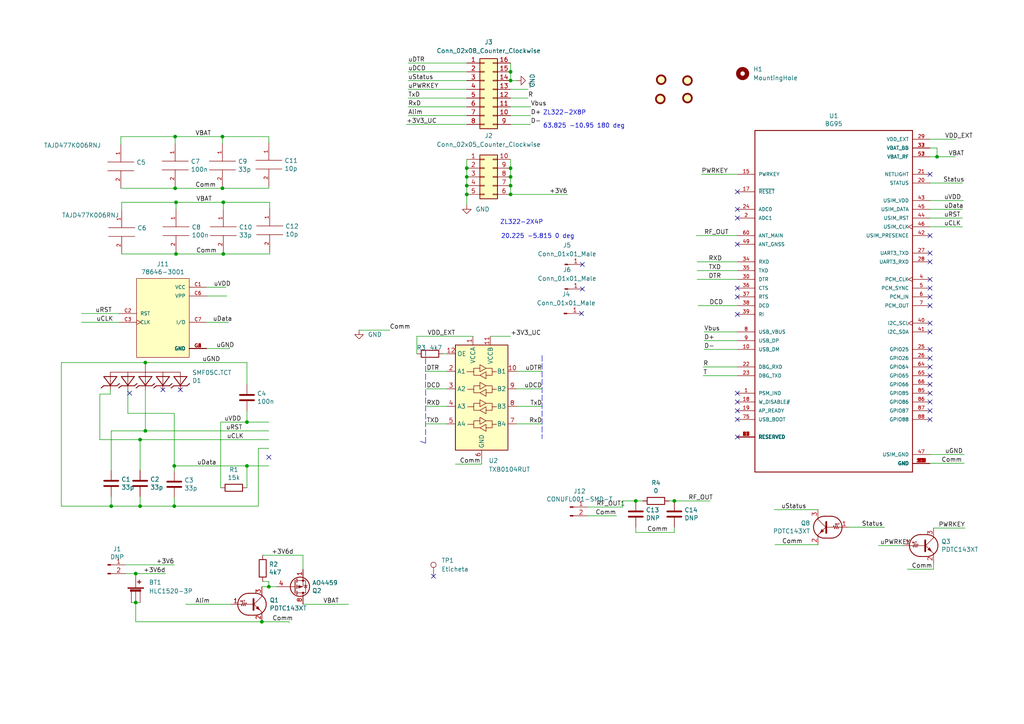
<source format=kicad_sch>
(kicad_sch (version 20211123) (generator eeschema)
  (paper "A4")
  (title_block (title "Modem BG95") (rev "4.0") (company "Delta Electronics SRL"))
  (lib_symbols
    (symbol "BG95:BG95" (pin_names (offset 1.016))
      (property "Reference" "U" (at -22.86 49.276 0))
      (property "Value" "BG95_BG95" (at -22.86 -53.34 0))
      (symbol "BG95_0_0"
        (pin output line (at -27.94 -27.94 0) (length 5.08) (name "PSM_IND") (number "1"))
        (pin bidirectional line (at -27.94 -15.24 0) (length 5.08) (name "USB_DM") (number "10"))
        (pin power_in line (at 27.94 -48.26 180) (length 5.08) (name "GND") (number "100"))
        (pin power_in line (at 27.94 -48.26 180) (length 5.08) (name "GND") (number "101"))
        (pin power_in line (at 27.94 -48.26 180) (length 5.08) (name "GND") (number "102"))
        (pin bidirectional line (at -27.94 -40.64 0) (length 5.08) (name "RESERVED") (number "11"))
        (pin bidirectional line (at -27.94 -40.64 0) (length 5.08) (name "RESERVED") (number "12"))
        (pin bidirectional line (at -27.94 -40.64 0) (length 5.08) (name "RESERVED") (number "13"))
        (pin bidirectional line (at -27.94 -40.64 0) (length 5.08) (name "RESERVED") (number "14"))
        (pin input line (at -27.94 35.56 0) (length 5.08) (name "PWRKEY") (number "15"))
        (pin bidirectional line (at -27.94 -40.64 0) (length 5.08) (name "RESERVED") (number "16"))
        (pin input line (at -27.94 30.48 0) (length 5.08) (name "~{RESET}") (number "17"))
        (pin input line (at -27.94 -30.48 0) (length 5.08) (name "W_DISABLE#") (number "18"))
        (pin input line (at -27.94 -33.02 0) (length 5.08) (name "AP_READY") (number "19"))
        (pin input line (at -27.94 22.86 0) (length 5.08) (name "ADC1") (number "2"))
        (pin output line (at 27.94 33.02 180) (length 5.08) (name "STATUS") (number "20"))
        (pin output line (at 27.94 35.56 180) (length 5.08) (name "NETLIGHT") (number "21"))
        (pin input line (at -27.94 -20.32 0) (length 5.08) (name "DBG_RXD") (number "22"))
        (pin output line (at -27.94 -22.86 0) (length 5.08) (name "DBG_TXD") (number "23"))
        (pin input line (at -27.94 25.4 0) (length 5.08) (name "ADC0") (number "24"))
        (pin bidirectional line (at 27.94 -15.24 180) (length 5.08) (name "GPIO25") (number "25"))
        (pin bidirectional line (at 27.94 -17.78 180) (length 5.08) (name "GPIO26") (number "26"))
        (pin output line (at 27.94 12.7 180) (length 5.08) (name "UART3_TXD") (number "27"))
        (pin input line (at 27.94 10.16 180) (length 5.08) (name "UART3_RXD") (number "28"))
        (pin power_in line (at 27.94 45.72 180) (length 5.08) (name "VDD_EXT") (number "29"))
        (pin power_in line (at 27.94 -48.26 180) (length 5.08) (name "GND") (number "3"))
        (pin input line (at -27.94 5.08 0) (length 5.08) (name "DTR") (number "30"))
        (pin power_in line (at 27.94 -48.26 180) (length 5.08) (name "GND") (number "31"))
        (pin power_in line (at 27.94 43.18 180) (length 5.08) (name "VBAT_BB") (number "32"))
        (pin power_in line (at 27.94 43.18 180) (length 5.08) (name "VBAT_BB") (number "33"))
        (pin input line (at -27.94 10.16 0) (length 5.08) (name "RXD") (number "34"))
        (pin output line (at -27.94 7.62 0) (length 5.08) (name "TXD") (number "35"))
        (pin output line (at -27.94 2.54 0) (length 5.08) (name "CTS") (number "36"))
        (pin input line (at -27.94 0 0) (length 5.08) (name "RTS") (number "37"))
        (pin output line (at -27.94 -2.54 0) (length 5.08) (name "DCD") (number "38"))
        (pin output line (at -27.94 -5.08 0) (length 5.08) (name "RI") (number "39"))
        (pin output clock (at 27.94 5.08 180) (length 5.08) (name "PCM_CLK") (number "4"))
        (pin output clock (at 27.94 -7.62 180) (length 5.08) (name "I2C_SCL") (number "40"))
        (pin bidirectional line (at 27.94 -10.16 180) (length 5.08) (name "I2C_SDA") (number "41"))
        (pin input line (at 27.94 17.78 180) (length 5.08) (name "USIM_PRESENCE") (number "42"))
        (pin power_in line (at 27.94 27.94 180) (length 5.08) (name "USIM_VDD") (number "43"))
        (pin output line (at 27.94 22.86 180) (length 5.08) (name "USIM_RST") (number "44"))
        (pin bidirectional line (at 27.94 25.4 180) (length 5.08) (name "USIM_DATA") (number "45"))
        (pin output clock (at 27.94 20.32 180) (length 5.08) (name "USIM_CLK") (number "46"))
        (pin power_in line (at 27.94 -45.72 180) (length 5.08) (name "USIM_GND") (number "47"))
        (pin power_in line (at 27.94 -48.26 180) (length 5.08) (name "GND") (number "48"))
        (pin input line (at -27.94 15.24 0) (length 5.08) (name "ANT_GNSS") (number "49"))
        (pin output line (at 27.94 2.54 180) (length 5.08) (name "PCM_SYNC") (number "5"))
        (pin power_in line (at 27.94 -48.26 180) (length 5.08) (name "GND") (number "50"))
        (pin bidirectional line (at -27.94 -40.64 0) (length 5.08) (name "RESERVED") (number "51"))
        (pin power_in line (at 27.94 40.64 180) (length 5.08) (name "VBAT_RF") (number "52"))
        (pin power_in line (at 27.94 40.64 180) (length 5.08) (name "VBAT_RF") (number "53"))
        (pin power_in line (at 27.94 -48.26 180) (length 5.08) (name "GND") (number "54"))
        (pin power_in line (at 27.94 -48.26 180) (length 5.08) (name "GND") (number "55"))
        (pin bidirectional line (at -27.94 -40.64 0) (length 5.08) (name "RESERVED") (number "56"))
        (pin bidirectional line (at -27.94 -40.64 0) (length 5.08) (name "RESERVED") (number "57"))
        (pin power_in line (at 27.94 -48.26 180) (length 5.08) (name "GND") (number "58"))
        (pin power_in line (at 27.94 -48.26 180) (length 5.08) (name "GND") (number "59"))
        (pin input line (at 27.94 0 180) (length 5.08) (name "PCM_IN") (number "6"))
        (pin bidirectional line (at -27.94 17.78 0) (length 5.08) (name "ANT_MAIN") (number "60"))
        (pin power_in line (at 27.94 -48.26 180) (length 5.08) (name "GND") (number "61"))
        (pin power_in line (at 27.94 -48.26 180) (length 5.08) (name "GND") (number "62"))
        (pin bidirectional line (at -27.94 -40.64 0) (length 5.08) (name "RESERVED") (number "63"))
        (pin bidirectional line (at 27.94 -20.32 180) (length 5.08) (name "GPIO64") (number "64"))
        (pin bidirectional line (at 27.94 -22.86 180) (length 5.08) (name "GPIO65") (number "65"))
        (pin bidirectional line (at 27.94 -25.4 180) (length 5.08) (name "GPIO66") (number "66"))
        (pin power_in line (at 27.94 -48.26 180) (length 5.08) (name "GND") (number "67"))
        (pin power_in line (at 27.94 -48.26 180) (length 5.08) (name "GND") (number "68"))
        (pin power_in line (at 27.94 -48.26 180) (length 5.08) (name "GND") (number "69"))
        (pin output line (at 27.94 -2.54 180) (length 5.08) (name "PCM_OUT") (number "7"))
        (pin power_in line (at 27.94 -48.26 180) (length 5.08) (name "GND") (number "70"))
        (pin power_in line (at 27.94 -48.26 180) (length 5.08) (name "GND") (number "71"))
        (pin power_in line (at 27.94 -48.26 180) (length 5.08) (name "GND") (number "72"))
        (pin power_in line (at 27.94 -48.26 180) (length 5.08) (name "GND") (number "73"))
        (pin power_in line (at 27.94 -48.26 180) (length 5.08) (name "GND") (number "74"))
        (pin input line (at -27.94 -35.56 0) (length 5.08) (name "USB_BOOT") (number "75"))
        (pin bidirectional line (at -27.94 -40.64 0) (length 5.08) (name "RESERVED") (number "76"))
        (pin bidirectional line (at -27.94 -40.64 0) (length 5.08) (name "RESERVED") (number "77"))
        (pin bidirectional line (at -27.94 -40.64 0) (length 5.08) (name "RESERVED") (number "78"))
        (pin power_in line (at 27.94 -48.26 180) (length 5.08) (name "GND") (number "79"))
        (pin input line (at -27.94 -10.16 0) (length 5.08) (name "USB_VBUS") (number "8"))
        (pin power_in line (at 27.94 -48.26 180) (length 5.08) (name "GND") (number "80"))
        (pin power_in line (at 27.94 -48.26 180) (length 5.08) (name "GND") (number "81"))
        (pin power_in line (at 27.94 -48.26 180) (length 5.08) (name "GND") (number "82"))
        (pin bidirectional line (at -27.94 -40.64 0) (length 5.08) (name "RESERVED") (number "83"))
        (pin bidirectional line (at -27.94 -40.64 0) (length 5.08) (name "RESERVED") (number "84"))
        (pin bidirectional line (at 27.94 -27.94 180) (length 5.08) (name "GPIO85") (number "85"))
        (pin bidirectional line (at 27.94 -30.48 180) (length 5.08) (name "GPIO86") (number "86"))
        (pin bidirectional line (at 27.94 -33.02 180) (length 5.08) (name "GPIO87") (number "87"))
        (pin bidirectional line (at 27.94 -35.56 180) (length 5.08) (name "GPIO88") (number "88"))
        (pin power_in line (at 27.94 -48.26 180) (length 5.08) (name "GND") (number "89"))
        (pin bidirectional line (at -27.94 -12.7 0) (length 5.08) (name "USB_DP") (number "9"))
        (pin power_in line (at 27.94 -48.26 180) (length 5.08) (name "GND") (number "90"))
        (pin power_in line (at 27.94 -48.26 180) (length 5.08) (name "GND") (number "91"))
        (pin bidirectional line (at -27.94 -40.64 0) (length 5.08) (name "RESERVED") (number "92"))
        (pin bidirectional line (at -27.94 -40.64 0) (length 5.08) (name "RESERVED") (number "93"))
        (pin bidirectional line (at -27.94 -40.64 0) (length 5.08) (name "RESERVED") (number "94"))
        (pin bidirectional line (at -27.94 -40.64 0) (length 5.08) (name "RESERVED") (number "95"))
        (pin bidirectional line (at -27.94 -40.64 0) (length 5.08) (name "RESERVED") (number "96"))
        (pin bidirectional line (at -27.94 -40.64 0) (length 5.08) (name "RESERVED") (number "97"))
        (pin bidirectional line (at -27.94 -40.64 0) (length 5.08) (name "RESERVED") (number "98"))
        (pin bidirectional line (at -27.94 -40.64 0) (length 5.08) (name "RESERVED") (number "99"))
      )
    )
    (symbol "Connector:Conn_01x01_Male" (pin_names (offset 1.016) hide)
      (property "Reference" "J" (at 0 2.54 0))
      (property "Value" "Conn_01x01_Male" (at 0 -2.54 0))
      (symbol "Conn_01x01_Male_1_1"
        (pin passive line (at 5.08 0 180) (length 3.81) (name "Pin_1") (number "1"))
      )
    )
    (symbol "Connector:Conn_01x02_Male" (pin_names (offset 1.016) hide)
      (property "Reference" "J" (at 0 2.54 0))
      (property "Value" "Conn_01x02_Male" (at 0 -5.08 0))
      (symbol "Conn_01x02_Male_1_1"
        (pin passive line (at 5.08 0 180) (length 3.81) (name "Pin_1") (number "1"))
        (pin passive line (at 5.08 -2.54 180) (length 3.81) (name "Pin_2") (number "2"))
      )
    )
    (symbol "Connector:TestPoint" (pin_numbers hide) (pin_names (offset 0.762) hide)
      (property "Reference" "TP" (at 0 6.858 0))
      (property "Value" "TestPoint" (at 0 5.08 0))
      (symbol "TestPoint_1_1"
        (pin passive line (at 0 0 90) (length 2.54) (name "1") (number "1"))
      )
    )
    (symbol "Connector_Generic:Conn_02x05_Counter_Clockwise" (pin_names (offset 1.016) hide)
      (property "Reference" "J" (at 1.27 7.62 0))
      (property "Value" "Conn_02x05_Counter_Clockwise" (at 1.27 -7.62 0))
      (symbol "Conn_02x05_Counter_Clockwise_1_1"
        (pin passive line (at -5.08 5.08 0) (length 3.81) (name "Pin_1") (number "1"))
        (pin passive line (at 7.62 5.08 180) (length 3.81) (name "Pin_10") (number "10"))
        (pin passive line (at -5.08 2.54 0) (length 3.81) (name "Pin_2") (number "2"))
        (pin passive line (at -5.08 0 0) (length 3.81) (name "Pin_3") (number "3"))
        (pin passive line (at -5.08 -2.54 0) (length 3.81) (name "Pin_4") (number "4"))
        (pin passive line (at -5.08 -5.08 0) (length 3.81) (name "Pin_5") (number "5"))
        (pin passive line (at 7.62 -5.08 180) (length 3.81) (name "Pin_6") (number "6"))
        (pin passive line (at 7.62 -2.54 180) (length 3.81) (name "Pin_7") (number "7"))
        (pin passive line (at 7.62 0 180) (length 3.81) (name "Pin_8") (number "8"))
        (pin passive line (at 7.62 2.54 180) (length 3.81) (name "Pin_9") (number "9"))
      )
    )
    (symbol "Connector_Generic:Conn_02x08_Counter_Clockwise" (pin_names (offset 1.016) hide)
      (property "Reference" "J" (at 1.27 10.16 0))
      (property "Value" "Conn_02x08_Counter_Clockwise" (at 1.27 -12.7 0))
      (symbol "Conn_02x08_Counter_Clockwise_1_1"
        (pin passive line (at -5.08 7.62 0) (length 3.81) (name "Pin_1") (number "1"))
        (pin passive line (at 7.62 -7.62 180) (length 3.81) (name "Pin_10") (number "10"))
        (pin passive line (at 7.62 -5.08 180) (length 3.81) (name "Pin_11") (number "11"))
        (pin passive line (at 7.62 -2.54 180) (length 3.81) (name "Pin_12") (number "12"))
        (pin passive line (at 7.62 0 180) (length 3.81) (name "Pin_13") (number "13"))
        (pin passive line (at 7.62 2.54 180) (length 3.81) (name "Pin_14") (number "14"))
        (pin passive line (at 7.62 5.08 180) (length 3.81) (name "Pin_15") (number "15"))
        (pin passive line (at 7.62 7.62 180) (length 3.81) (name "Pin_16") (number "16"))
        (pin passive line (at -5.08 5.08 0) (length 3.81) (name "Pin_2") (number "2"))
        (pin passive line (at -5.08 2.54 0) (length 3.81) (name "Pin_3") (number "3"))
        (pin passive line (at -5.08 0 0) (length 3.81) (name "Pin_4") (number "4"))
        (pin passive line (at -5.08 -2.54 0) (length 3.81) (name "Pin_5") (number "5"))
        (pin passive line (at -5.08 -5.08 0) (length 3.81) (name "Pin_6") (number "6"))
        (pin passive line (at -5.08 -7.62 0) (length 3.81) (name "Pin_7") (number "7"))
        (pin passive line (at -5.08 -10.16 0) (length 3.81) (name "Pin_8") (number "8"))
        (pin passive line (at 7.62 -10.16 180) (length 3.81) (name "Pin_9") (number "9"))
      )
    )
    (symbol "Device:C" (pin_numbers hide) (pin_names (offset 0.254))
      (property "Reference" "C" (at 0.635 2.54 0))
      (property "Value" "C" (at 0.635 -2.54 0))
      (symbol "C_1_1"
        (pin passive line (at 0 3.81 270) (length 2.794) (name "~") (number "1"))
        (pin passive line (at 0 -3.81 90) (length 2.794) (name "~") (number "2"))
      )
    )
    (symbol "Device:HLC1520-3P" (pin_numbers hide) (pin_names (offset 0) hide)
      (property "Reference" "BT" (at 2.54 2.54 0))
      (property "Value" "HLC1520-3P" (at 2.54 0 0))
      (symbol "HLC1520-3P_1_1"
        (pin passive line (at 0 5.08 270) (length 2.54) (name "+") (number "1"))
        (pin passive line (at 0 -2.54 90) (length 2.54) (name "-") (number "2"))
        (pin passive line (at -1.27 -2.54 90) (length 2.54) (name "-") (number "3"))
        (pin passive line (at 1.27 -2.54 90) (length 2.54) (name "-") (number "4"))
      )
    )
    (symbol "Device:R" (pin_numbers hide) (pin_names (offset 0))
      (property "Reference" "R" (at 2.032 0 90))
      (property "Value" "R" (at 0 0 90))
      (symbol "R_1_1"
        (pin passive line (at 0 3.81 270) (length 1.27) (name "~") (number "1"))
        (pin passive line (at 0 -3.81 90) (length 1.27) (name "~") (number "2"))
      )
    )
    (symbol "Logic_LevelTranslator:TXB0104RUT"
      (property "Reference" "U" (at -6.35 16.51 0))
      (property "Value" "TXB0104RUT" (at 3.81 16.51 0))
      (symbol "TXB0104RUT_1_1"
        (pin power_in line (at -2.54 17.78 270) (length 2.54) (name "VCCA") (number "1"))
        (pin tri_state line (at 10.16 7.62 180) (length 2.54) (name "B1") (number "10"))
        (pin power_in line (at 2.54 17.78 270) (length 2.54) (name "VCCB") (number "11"))
        (pin input line (at -10.16 12.7 0) (length 2.54) (name "OE") (number "12"))
        (pin tri_state line (at -10.16 7.62 0) (length 2.54) (name "A1") (number "2"))
        (pin tri_state line (at -10.16 2.54 0) (length 2.54) (name "A2") (number "3"))
        (pin tri_state line (at -10.16 -2.54 0) (length 2.54) (name "A3") (number "4"))
        (pin tri_state line (at -10.16 -7.62 0) (length 2.54) (name "A4") (number "5"))
        (pin power_in line (at 0 -17.78 90) (length 2.54) (name "GND") (number "6"))
        (pin tri_state line (at 10.16 -7.62 180) (length 2.54) (name "B4") (number "7"))
        (pin tri_state line (at 10.16 -2.54 180) (length 2.54) (name "B3") (number "8"))
        (pin tri_state line (at 10.16 2.54 180) (length 2.54) (name "B2") (number "9"))
      )
    )
    (symbol "Mechanical:Fiducial"
      (property "Reference" "FID" (at 0 5.08 0))
      (property "Value" "Fiducial" (at 0 3.175 0))
    )
    (symbol "Mechanical:MountingHole" (pin_names (offset 1.016))
      (property "Reference" "H" (at 0 5.08 0))
      (property "Value" "MountingHole" (at 0 3.175 0))
    )
    (symbol "SMF05C:SMF05C" (pin_numbers hide) (pin_names (offset 1.016) hide)
      (property "Reference" "D" (at -23.0124 0.1016 0))
      (property "Value" "SMF05C_SMF05C" (at -23.0378 -1.9558 0))
      (symbol "SMF05C_0_0"
        (pin passive line (at -7.62 2.54 270) (length 2.54) (name "~") (number "1"))
        (pin passive line (at 2.54 -5.08 90) (length 2.54) (name "~") (number "2"))
        (pin passive line (at -2.54 2.54 270) (length 2.54) (name "~") (number "3"))
        (pin passive line (at 2.54 2.54 270) (length 2.54) (name "~") (number "4"))
        (pin passive line (at 7.62 2.54 270) (length 2.54) (name "~") (number "5"))
        (pin passive line (at 12.7 2.54 270) (length 2.54) (name "~") (number "6"))
      )
    )
    (symbol "SimSocketMolex:78646-3001" (pin_names (offset 1.016))
      (property "Reference" "J" (at -7.112 10.668 0))
      (property "Value" "SimSocketMolex_78646-3001" (at -7.3914 -14.7828 0))
      (symbol "78646-3001_0_0"
        (pin power_in line (at 12.7 7.62 180) (length 5.08) (name "VCC") (number "C1"))
        (pin input line (at -12.7 0 0) (length 5.08) (name "RST") (number "C2"))
        (pin input clock (at -12.7 -2.54 0) (length 5.08) (name "CLK") (number "C3"))
        (pin power_in line (at 12.7 -10.16 180) (length 5.08) (name "GND") (number "C5"))
        (pin power_in line (at 12.7 5.08 180) (length 5.08) (name "VPP") (number "C6"))
        (pin bidirectional line (at 12.7 -2.54 180) (length 5.08) (name "I/O") (number "C7"))
        (pin power_in line (at 12.7 -10.16 180) (length 5.08) (name "GND") (number "G1"))
        (pin power_in line (at 12.7 -10.16 180) (length 5.08) (name "GND") (number "G2"))
        (pin power_in line (at 12.7 -10.16 180) (length 5.08) (name "GND") (number "G3"))
        (pin power_in line (at 12.7 -10.16 180) (length 5.08) (name "GND") (number "G4"))
        (pin power_in line (at 12.7 -10.16 180) (length 5.08) (name "GND") (number "G5"))
        (pin power_in line (at 12.7 -10.16 180) (length 5.08) (name "GND") (number "G6"))
      )
    )
    (symbol "Transistor_BJT:DTC143T" (pin_names (offset 0) hide)
      (property "Reference" "Q" (at 5.08 1.905 0))
      (property "Value" "DTC143T" (at 5.08 0 0))
      (symbol "DTC143T_0_0"
        (text "4k7" (at -3.048 0.889 0) (effects (font (size 0.508 0.508))))
      )
      (symbol "DTC143T_1_1"
        (pin input line (at -6.35 0 0) (length 2.54) (name "B") (number "1"))
        (pin passive line (at 2.54 -5.08 90) (length 2.54) (name "E") (number "2"))
        (pin passive line (at 2.54 5.08 270) (length 2.54) (name "C") (number "3"))
      )
    )
    (symbol "Transistor_FET:FDS9435A" (pin_names hide)
      (property "Reference" "Q" (at 5.08 1.905 0))
      (property "Value" "FDS9435A" (at 5.08 0 0))
      (symbol "FDS9435A_1_1"
        (pin passive line (at 2.54 -5.08 90) (length 2.54) (name "S") (number "1"))
        (pin passive line (at 2.54 -5.08 90) (length 2.54) hide (name "S") (number "2"))
        (pin passive line (at 2.54 -5.08 90) (length 2.54) hide (name "S") (number "3"))
        (pin passive line (at -5.08 0 0) (length 2.54) (name "G") (number "4"))
        (pin passive line (at 2.54 5.08 270) (length 2.54) hide (name "D") (number "5"))
        (pin passive line (at 2.54 5.08 270) (length 2.54) hide (name "D") (number "6"))
        (pin passive line (at 2.54 5.08 270) (length 2.54) hide (name "D") (number "7"))
        (pin passive line (at 2.54 5.08 270) (length 2.54) (name "D") (number "8"))
      )
    )
    (symbol "power:GND" (power) (pin_names (offset 0))
      (property "Value" "GND" (at 0 -3.81 0))
      (symbol "GND_1_1"
        (pin power_in line (at 0 0 270) (length 0) hide (name "GND") (number "1"))
      )
    )
    (symbol "pspice:CAP" (pin_names (offset 0.254))
      (property "Reference" "C" (at 2.54 3.81 90))
      (property "Value" "CAP" (at 2.54 -3.81 90))
      (symbol "CAP_1_1"
        (pin passive line (at 0 6.35 270) (length 5.08) (name "~") (number "1"))
        (pin passive line (at 0 -6.35 90) (length 5.08) (name "~") (number "2"))
      )
    )
  )
  (junction (at 148.082 51.308))
  (junction (at 135.382 48.768))
  (junction (at 184.404 145.288))
  (junction (at 64.77 58.674))
  (junction (at 42.164 124.968))
  (junction (at 135.382 53.848))
  (junction (at 50.546 146.812))
  (junction (at 64.77 73.66))
  (junction (at 77.978 170.18))
  (junction (at 50.8 54.61))
  (junction (at 71.628 122.428))
  (junction (at 42.164 105.156))
  (junction (at 51.054 58.674))
  (junction (at 195.58 145.288))
  (junction (at 51.054 73.66))
  (junction (at 135.382 56.388))
  (junction (at 32.258 146.812))
  (junction (at 148.082 53.848))
  (junction (at 148.082 48.768))
  (junction (at 148.082 23.368))
  (junction (at 75.946 180.34))
  (junction (at 50.8 39.624))
  (junction (at 50.546 135.128))
  (junction (at 71.628 135.128))
  (junction (at 39.37 166.37))
  (junction (at 271.78 45.466))
  (junction (at 39.37 174.752))
  (junction (at 64.516 39.624))
  (junction (at 64.516 54.61))
  (junction (at 148.082 20.828))
  (junction (at 40.64 146.812))
  (junction (at 40.64 127.508))
  (junction (at 135.382 51.308))
  (junction (at 148.082 56.388))
  (no_connect (at 168.656 90.932))
  (no_connect (at 269.748 106.426))
  (no_connect (at 52.324 113.03))
  (no_connect (at 269.748 75.946))
  (no_connect (at 213.868 114.046))
  (no_connect (at 213.868 121.666))
  (no_connect (at 213.868 86.106))
  (no_connect (at 269.748 114.046))
  (no_connect (at 168.91 76.708))
  (no_connect (at 269.748 101.346))
  (no_connect (at 269.748 68.326))
  (no_connect (at 269.748 116.586))
  (no_connect (at 269.748 121.666))
  (no_connect (at 213.868 119.126))
  (no_connect (at 213.868 83.566))
  (no_connect (at 269.748 93.726))
  (no_connect (at 269.748 119.126))
  (no_connect (at 269.748 108.966))
  (no_connect (at 125.73 167.132))
  (no_connect (at 47.244 113.03))
  (no_connect (at 213.868 126.746))
  (no_connect (at 213.868 116.586))
  (no_connect (at 269.748 86.106))
  (no_connect (at 269.748 83.566))
  (no_connect (at 213.868 91.186))
  (no_connect (at 77.978 132.588))
  (no_connect (at 213.868 70.866))
  (no_connect (at 37.592 114.046))
  (no_connect (at 269.748 73.406))
  (no_connect (at 269.748 88.646))
  (no_connect (at 213.868 55.626))
  (no_connect (at 269.748 50.546))
  (no_connect (at 269.748 103.886))
  (no_connect (at 269.748 81.026))
  (no_connect (at 213.868 63.246))
  (no_connect (at 213.868 60.706))
  (no_connect (at 269.748 96.266))
  (no_connect (at 269.748 111.506))
  (no_connect (at 168.91 83.82))
  (wire (pts (xy 74.93 146.812) (xy 50.546 146.812)))
  (wire (pts (xy 118.364 28.448) (xy 135.382 28.448)))
  (wire (pts (xy 148.082 36.068) (xy 153.924 36.068)))
  (wire (pts (xy 139.7 134.62) (xy 132.08 134.62)))
  (wire (pts (xy 37.084 119.888) (xy 37.084 113.03)))
  (wire (pts (xy 180.594 145.288) (xy 180.594 147.066)))
  (wire (pts (xy 203.962 108.966) (xy 213.868 108.966)))
  (wire (pts (xy 204.216 98.806) (xy 213.868 98.806)))
  (wire (pts (xy 270.764 163.322) (xy 270.764 165.1)))
  (wire (pts (xy 35.306 58.674) (xy 51.054 58.674)))
  (wire (pts (xy 157.226 107.696) (xy 149.86 107.696)))
  (wire (pts (xy 195.58 152.908) (xy 195.58 154.432)))
  (wire (pts (xy 204.216 96.266) (xy 213.868 96.266)))
  (wire (pts (xy 40.64 144.018) (xy 40.64 146.812)))
  (wire (pts (xy 50.8 39.624) (xy 64.516 39.624)))
  (wire (pts (xy 269.748 65.786) (xy 279.146 65.786)))
  (wire (pts (xy 32.258 146.812) (xy 40.64 146.812)))
  (wire (pts (xy 17.78 146.812) (xy 32.258 146.812)))
  (wire (pts (xy 32.258 144.018) (xy 32.258 146.812)))
  (wire (pts (xy 120.904 97.536) (xy 120.904 102.616)))
  (wire (pts (xy 213.868 88.646) (xy 202.438 88.646)))
  (wire (pts (xy 64.008 122.428) (xy 71.628 122.428)))
  (wire (pts (xy 148.082 48.768) (xy 148.082 51.308)))
  (wire (pts (xy 59.944 85.852) (xy 65.786 85.852)))
  (wire (pts (xy 148.082 23.368) (xy 149.86 23.368)))
  (wire (pts (xy 40.64 127.508) (xy 77.978 127.508)))
  (wire (pts (xy 39.37 166.37) (xy 48.006 166.37)))
  (wire (pts (xy 118.364 25.908) (xy 135.382 25.908)))
  (wire (pts (xy 76.2 168.656) (xy 77.978 168.656)))
  (wire (pts (xy 129.54 112.776) (xy 123.698 112.776)))
  (wire (pts (xy 50.8 41.656) (xy 50.8 39.624)))
  (wire (pts (xy 35.052 54.61) (xy 50.8 54.61)))
  (wire (pts (xy 269.748 42.926) (xy 271.78 42.926)))
  (wire (pts (xy 71.628 122.428) (xy 77.978 122.428)))
  (wire (pts (xy 78.232 73.66) (xy 78.232 73.152)))
  (wire (pts (xy 39.37 180.34) (xy 39.37 174.752)))
  (wire (pts (xy 32.258 124.968) (xy 32.258 136.398)))
  (wire (pts (xy 148.082 46.228) (xy 148.082 48.768)))
  (wire (pts (xy 237.236 157.988) (xy 224.79 157.988)))
  (wire (pts (xy 50.8 54.61) (xy 50.8 54.356)))
  (wire (pts (xy 87.884 175.26) (xy 101.092 175.26)))
  (wire (pts (xy 269.748 45.466) (xy 271.78 45.466)))
  (wire (pts (xy 64.77 58.674) (xy 78.232 58.674)))
  (wire (pts (xy 77.978 39.624) (xy 77.978 41.402)))
  (wire (pts (xy 135.382 23.368) (xy 118.364 23.368)))
  (wire (pts (xy 118.364 30.988) (xy 135.382 30.988)))
  (wire (pts (xy 67.056 175.26) (xy 53.848 175.26)))
  (wire (pts (xy 36.322 163.83) (xy 50.546 163.83)))
  (wire (pts (xy 50.546 135.128) (xy 71.628 135.128)))
  (polyline (pts (xy 157.226 103.124) (xy 157.226 127.254)))
  (wire (pts (xy 35.306 60.96) (xy 35.306 58.674)))
  (wire (pts (xy 59.944 93.472) (xy 66.294 93.472)))
  (wire (pts (xy 35.052 39.624) (xy 50.8 39.624)))
  (wire (pts (xy 35.306 73.66) (xy 51.054 73.66)))
  (wire (pts (xy 50.546 119.888) (xy 37.084 119.888)))
  (wire (pts (xy 203.962 106.426) (xy 213.868 106.426)))
  (wire (pts (xy 139.7 133.096) (xy 139.7 134.62)))
  (wire (pts (xy 77.978 135.128) (xy 71.628 135.128)))
  (wire (pts (xy 148.082 30.988) (xy 153.924 30.988)))
  (wire (pts (xy 135.382 20.828) (xy 118.364 20.828)))
  (wire (pts (xy 28.956 114.3) (xy 32.004 114.3)))
  (wire (pts (xy 64.77 73.66) (xy 64.77 73.406)))
  (wire (pts (xy 77.978 170.18) (xy 80.264 170.18)))
  (wire (pts (xy 123.698 107.696) (xy 129.54 107.696)))
  (wire (pts (xy 184.404 154.432) (xy 195.58 154.432)))
  (wire (pts (xy 64.516 41.656) (xy 64.516 39.624)))
  (wire (pts (xy 42.164 113.03) (xy 42.164 124.968)))
  (wire (pts (xy 64.77 60.706) (xy 64.77 58.674)))
  (wire (pts (xy 39.37 174.752) (xy 40.64 174.752)))
  (wire (pts (xy 17.78 146.812) (xy 17.78 105.156)))
  (wire (pts (xy 148.082 53.848) (xy 148.082 56.388)))
  (wire (pts (xy 148.082 56.388) (xy 164.592 56.388)))
  (wire (pts (xy 195.58 145.288) (xy 205.994 145.288)))
  (wire (pts (xy 129.54 117.856) (xy 123.698 117.856)))
  (wire (pts (xy 34.544 93.472) (xy 23.622 93.472)))
  (wire (pts (xy 74.93 130.048) (xy 74.93 146.812)))
  (wire (pts (xy 261.874 158.242) (xy 254.762 158.242)))
  (wire (pts (xy 40.64 127.508) (xy 40.64 136.398)))
  (wire (pts (xy 213.868 81.026) (xy 202.184 81.026)))
  (wire (pts (xy 34.544 90.932) (xy 23.622 90.932)))
  (wire (pts (xy 157.226 117.856) (xy 149.86 117.856)))
  (wire (pts (xy 75.946 170.18) (xy 77.978 170.18)))
  (wire (pts (xy 66.548 101.092) (xy 66.548 100.838)))
  (wire (pts (xy 170.434 149.606) (xy 178.816 149.606)))
  (wire (pts (xy 51.054 60.706) (xy 51.054 58.674)))
  (wire (pts (xy 148.082 28.448) (xy 153.162 28.448)))
  (wire (pts (xy 64.516 39.624) (xy 77.978 39.624)))
  (wire (pts (xy 64.516 54.61) (xy 64.516 54.356)))
  (wire (pts (xy 180.594 147.066) (xy 170.434 147.066)))
  (wire (pts (xy 17.78 105.156) (xy 42.164 105.156)))
  (wire (pts (xy 184.404 145.288) (xy 186.436 145.288)))
  (wire (pts (xy 36.322 166.37) (xy 39.37 166.37)))
  (wire (pts (xy 71.628 119.126) (xy 71.628 122.428)))
  (wire (pts (xy 77.978 54.61) (xy 77.978 54.102)))
  (wire (pts (xy 77.978 168.656) (xy 77.978 170.18)))
  (wire (pts (xy 271.78 42.926) (xy 271.78 45.466)))
  (wire (pts (xy 51.054 58.674) (xy 64.77 58.674)))
  (wire (pts (xy 148.082 20.828) (xy 148.082 23.368)))
  (wire (pts (xy 104.14 95.758) (xy 113.03 95.758)))
  (wire (pts (xy 64.77 73.66) (xy 78.232 73.66)))
  (wire (pts (xy 184.404 145.288) (xy 180.594 145.288)))
  (wire (pts (xy 78.232 58.674) (xy 78.232 60.452)))
  (wire (pts (xy 50.8 54.61) (xy 64.516 54.61)))
  (wire (pts (xy 213.868 68.326) (xy 201.93 68.326)))
  (wire (pts (xy 129.54 122.936) (xy 123.698 122.936)))
  (wire (pts (xy 40.64 127.508) (xy 28.956 127.508)))
  (wire (pts (xy 51.054 73.66) (xy 51.054 73.406)))
  (wire (pts (xy 269.748 53.086) (xy 279.146 53.086)))
  (wire (pts (xy 203.454 50.546) (xy 213.868 50.546)))
  (wire (pts (xy 77.978 124.968) (xy 42.164 124.968)))
  (wire (pts (xy 59.944 101.092) (xy 66.548 101.092)))
  (wire (pts (xy 194.056 145.288) (xy 195.58 145.288)))
  (wire (pts (xy 148.082 25.908) (xy 153.162 25.908)))
  (wire (pts (xy 135.382 46.228) (xy 135.382 48.768)))
  (wire (pts (xy 87.884 161.036) (xy 87.884 165.1)))
  (wire (pts (xy 157.226 112.776) (xy 149.86 112.776)))
  (wire (pts (xy 148.082 33.528) (xy 153.924 33.528)))
  (wire (pts (xy 135.382 56.388) (xy 135.382 59.436)))
  (wire (pts (xy 42.164 105.156) (xy 42.164 105.41)))
  (wire (pts (xy 59.944 83.312) (xy 65.532 83.312)))
  (wire (pts (xy 51.054 73.66) (xy 64.77 73.66)))
  (wire (pts (xy 135.382 48.768) (xy 135.382 51.308)))
  (wire (pts (xy 135.382 53.848) (xy 135.382 56.388)))
  (wire (pts (xy 269.748 40.386) (xy 277.114 40.386)))
  (wire (pts (xy 269.748 63.246) (xy 279.146 63.246)))
  (wire (pts (xy 128.524 102.616) (xy 129.54 102.616)))
  (wire (pts (xy 148.082 51.308) (xy 148.082 53.848)))
  (wire (pts (xy 270.764 153.162) (xy 279.908 153.162)))
  (wire (pts (xy 42.164 124.968) (xy 32.258 124.968)))
  (wire (pts (xy 42.164 105.156) (xy 71.628 105.156)))
  (wire (pts (xy 213.868 78.486) (xy 202.184 78.486)))
  (wire (pts (xy 64.516 54.61) (xy 77.978 54.61)))
  (wire (pts (xy 213.868 75.946) (xy 202.184 75.946)))
  (wire (pts (xy 269.748 58.166) (xy 279.4 58.166)))
  (wire (pts (xy 75.946 180.34) (xy 83.82 180.34)))
  (wire (pts (xy 269.748 131.826) (xy 279.654 131.826)))
  (wire (pts (xy 237.236 147.828) (xy 224.536 147.828)))
  (wire (pts (xy 32.004 114.3) (xy 32.004 113.03)))
  (wire (pts (xy 157.226 122.936) (xy 149.86 122.936)))
  (wire (pts (xy 50.546 119.888) (xy 50.546 135.128)))
  (wire (pts (xy 269.748 60.706) (xy 279.146 60.706)))
  (polyline (pts (xy 121.92 128.016) (xy 123.444 128.524)))
  (wire (pts (xy 204.216 101.346) (xy 213.868 101.346)))
  (wire (pts (xy 148.082 18.288) (xy 148.082 20.828)))
  (wire (pts (xy 120.904 97.536) (xy 137.16 97.536)))
  (wire (pts (xy 76.2 161.036) (xy 87.884 161.036)))
  (wire (pts (xy 246.126 152.908) (xy 256.54 152.908)))
  (wire (pts (xy 269.748 134.366) (xy 279.654 134.366)))
  (wire (pts (xy 40.64 146.812) (xy 50.546 146.812)))
  (wire (pts (xy 71.628 105.156) (xy 71.628 111.506)))
  (wire (pts (xy 184.404 154.432) (xy 184.404 152.908)))
  (wire (pts (xy 50.546 144.272) (xy 50.546 146.812)))
  (wire (pts (xy 270.764 165.1) (xy 263.144 165.1)))
  (wire (pts (xy 38.1 174.752) (xy 39.37 174.752)))
  (wire (pts (xy 75.946 180.34) (xy 39.37 180.34)))
  (wire (pts (xy 77.978 130.048) (xy 74.93 130.048)))
  (polyline (pts (xy 123.444 101.6) (xy 123.444 128.524)))
  (wire (pts (xy 118.364 33.528) (xy 135.382 33.528)))
  (wire (pts (xy 39.37 166.37) (xy 39.37 167.132)))
  (wire (pts (xy 71.628 141.478) (xy 71.628 135.128)))
  (wire (pts (xy 50.546 135.128) (xy 50.546 136.652)))
  (wire (pts (xy 64.008 141.478) (xy 64.008 122.428)))
  (wire (pts (xy 142.24 97.536) (xy 148.082 97.536)))
  (wire (pts (xy 83.82 180.34) (xy 83.82 180.594)))
  (wire (pts (xy 35.052 41.91) (xy 35.052 39.624)))
  (wire (pts (xy 135.382 51.308) (xy 135.382 53.848)))
  (wire (pts (xy 135.382 36.068) (xy 117.856 36.068)))
  (wire (pts (xy 135.382 18.288) (xy 118.364 18.288)))
  (wire (pts (xy 28.956 127.508) (xy 28.956 114.3)))
  (wire (pts (xy 271.78 45.466) (xy 277.114 45.466)))
  (text "ZL322-2X8P" (at 157.48 33.528 0) (effects (font (size 1.27 1.27)) (justify left bottom)))
  (text "20.225 -5.815 0 deg" (at 145.288 69.342 0) (effects (font (size 1.27 1.27)) (justify left bottom)))
  (text "ZL322-2X4P\n\n" (at 145.034 67.31 0) (effects (font (size 1.27 1.27)) (justify left bottom)))
  (text "63.825 -10.95 180 deg" (at 157.48 37.338 0) (effects (font (size 1.27 1.27)) (justify left bottom)))
  (label "Comm" (at 226.822 157.988 0))
  (label "uDCD" (at 118.364 20.828 0))
  (label "VBAT" (at 56.642 39.624 0))
  (label "Status" (at 249.936 152.908 0))
  (label "+3V6d" (at 78.74 161.036 0))
  (label "D+" (at 153.924 33.528 0))
  (label "DTR" (at 205.486 81.026 0))
  (label "VDD_EXT" (at 274.066 40.386 0))
  (label "RXD" (at 205.486 75.946 0))
  (label "VDD_EXT" (at 123.952 97.536 0))
  (label "TXD" (at 205.486 78.486 0))
  (label "Comm" (at 133.35 134.62 0))
  (label "+3V3_UC" (at 148.082 97.536 0))
  (label "Vbus" (at 204.216 96.266 0))
  (label "uGND" (at 274.066 131.826 0))
  (label "DCD" (at 123.698 112.776 0))
  (label "uRST" (at 273.812 63.246 0))
  (label "D+" (at 204.216 98.806 0))
  (label "PWRKEY" (at 279.908 153.162 180))
  (label "uData" (at 61.722 93.472 0))
  (label "uDTR" (at 157.226 107.696 180))
  (label "uCLK" (at 273.812 65.786 0))
  (label "VBAT" (at 93.726 175.26 0))
  (label "uVDD" (at 61.976 83.312 0))
  (label "PWRKEY" (at 203.454 50.546 0))
  (label "Comm" (at 56.896 73.66 0))
  (label "VBAT" (at 275.082 45.466 0))
  (label "Comm" (at 172.72 149.606 0))
  (label "D-" (at 153.924 36.068 0))
  (label "uStatus" (at 226.568 147.828 0))
  (label "VBAT" (at 56.896 58.674 0))
  (label "R" (at 203.962 106.426 0))
  (label "uDCD" (at 157.226 112.776 180))
  (label "Comm" (at 273.05 134.366 0))
  (label "Alim" (at 56.642 175.26 0))
  (label "RxD" (at 157.226 122.936 180))
  (label "Comm" (at 264.414 165.1 0))
  (label "DTR" (at 123.698 107.696 0))
  (label "uStatus" (at 118.364 23.368 0))
  (label "+3V3_UC" (at 117.856 36.068 0))
  (label "Alim" (at 118.364 33.528 0))
  (label "Comm" (at 78.994 180.34 0))
  (label "Status" (at 273.558 53.086 0))
  (label "DCD" (at 205.74 88.646 0))
  (label "Vbus" (at 153.924 30.988 0))
  (label "+3V6" (at 164.592 56.388 180))
  (label "uPWRKEY" (at 118.364 25.908 0))
  (label "Comm" (at 113.03 95.758 0))
  (label "Comm" (at 56.642 54.61 0))
  (label "uCLK" (at 27.94 93.472 0))
  (label "T" (at 203.962 108.966 0))
  (label "RxD" (at 118.364 30.988 0))
  (label "RF_OUT1" (at 172.974 147.066 0))
  (label "uVDD" (at 65.024 122.428 0))
  (label "uRST" (at 27.686 90.932 0))
  (label "RF_OUT" (at 204.216 68.326 0))
  (label "uPWRKEY" (at 255.27 158.242 0))
  (label "+3V6d" (at 48.006 166.37 180))
  (label "uRST" (at 65.532 124.968 0))
  (label "uGND" (at 58.674 105.156 0))
  (label "uData" (at 273.812 60.706 0))
  (label "D-" (at 204.216 101.346 0))
  (label "uData" (at 57.15 135.128 0))
  (label "RXD" (at 123.698 117.856 0))
  (label "RF_OUT" (at 199.644 145.288 0))
  (label "TxD" (at 118.364 28.448 0))
  (label "TxD" (at 157.226 117.856 180))
  (label "uVDD" (at 273.812 58.166 0))
  (label "uDTR" (at 118.364 18.288 0))
  (label "Comm" (at 187.706 154.432 0))
  (label "uCLK" (at 65.786 127.508 0))
  (label "R" (at 153.162 28.448 0))
  (label "+3V6" (at 50.546 163.83 180))
  (label "T" (at 153.162 25.908 0))
  (label "uGND" (at 62.738 101.092 0))
  (label "TXD" (at 123.698 122.936 0))
  (symbol (lib_id "BG95:BG95") (at 241.808 86.106 0) (unit 1)
    (property "Reference" "U1" (at 241.808 33.6042 0))
    (property "Value" "BG95" (at 241.808 35.9156 0))
    (property "Footprint" "BG95:XCVR_BG95M3LA-64-SGNS" (effects hide))
    (property "Datasheet" "1.1" (effects hide))
    (property "Field5" "Quectel" (effects hide))
    (property "Field6" "Manufacturer Recommendations" (effects hide))
  )
  (symbol (lib_id "Transistor_BJT:DTC143T") (at 239.776 152.908 0) (mirror y) (unit 1)
    (property "Reference" "Q8" (at 235.0008 151.7396 0) (effects (justify left)))
    (property "Value" "PDTC143XT" (at 235.0008 154.051 0) (effects (justify left)))
    (property "Footprint" "Package_TO_SOT_SMD:SOT-23" (effects hide))
  )
  (symbol (lib_id "SMF05C:SMF05C") (at 44.704 110.49 180) (unit 1)
    (property "Reference" "D1" (at 55.7276 110.3884 0) (effects (justify right)))
    (property "Value" "SMF05C.TCT" (at 55.7276 108.077 0) (effects (justify right)))
    (property "Footprint" "Diode_SMD:SC70-6" (effects hide))
  )
  (symbol (lib_id "Device:R") (at 67.818 141.478 90) (unit 1)
    (property "Reference" "R1" (at 67.818 136.2202 90))
    (property "Value" "15k" (at 67.818 138.5316 90))
    (property "Footprint" "Resistor_SMD:R_0603_1608Metric" (effects hide))
  )
  (symbol (lib_id "Device:C") (at 32.258 140.208 0) (unit 1)
    (property "Reference" "C1" (at 35.179 139.0396 0) (effects (justify left)))
    (property "Value" "33p" (at 35.179 141.351 0) (effects (justify left)))
    (property "Footprint" "Capacitor_SMD:C_0603_1608Metric" (effects hide))
  )
  (symbol (lib_id "Device:C") (at 40.64 140.208 0) (unit 1)
    (property "Reference" "C2" (at 43.561 139.0396 0) (effects (justify left)))
    (property "Value" "33p" (at 43.561 141.351 0) (effects (justify left)))
    (property "Footprint" "Capacitor_SMD:C_0603_1608Metric" (effects hide))
  )
  (symbol (lib_id "Device:C") (at 50.546 140.462 0) (unit 1)
    (property "Reference" "C3" (at 53.467 139.2936 0) (effects (justify left)))
    (property "Value" "33p" (at 53.467 141.605 0) (effects (justify left)))
    (property "Footprint" "Capacitor_SMD:C_0603_1608Metric" (effects hide))
  )
  (symbol (lib_id "Device:C") (at 71.628 115.316 0) (unit 1)
    (property "Reference" "C4" (at 74.549 114.1476 0) (effects (justify left)))
    (property "Value" "100n" (at 74.549 116.459 0) (effects (justify left)))
    (property "Footprint" "Capacitor_SMD:C_0603_1608Metric" (effects hide))
  )
  (symbol (lib_id "Transistor_BJT:DTC143T") (at 73.406 175.26 0) (unit 1)
    (property "Reference" "Q1" (at 78.1812 174.0916 0) (effects (justify left)))
    (property "Value" "PDTC143XT" (at 78.1812 176.403 0) (effects (justify left)))
    (property "Footprint" "Package_TO_SOT_SMD:SOT-23" (effects hide))
  )
  (symbol (lib_id "Device:R") (at 76.2 164.846 0) (unit 1)
    (property "Reference" "R2" (at 77.978 163.6776 0) (effects (justify left)))
    (property "Value" "4k7" (at 77.978 165.989 0) (effects (justify left)))
    (property "Footprint" "Resistor_SMD:R_0603_1608Metric" (effects hide))
  )
  (symbol (lib_id "pspice:CAP") (at 35.052 48.26 0) (unit 1)
    (property "Reference" "C5" (at 39.5732 47.0916 0) (effects (justify left)))
    (property "Value" "TAJD477K006RNJ" (at 12.7 42.164 0) (effects (justify left)))
    (property "Footprint" "Capacitor_Tantalum_SMD:CP_EIA-7361-38_AVX-V_Pad2.18x3.30mm_HandSolder" (effects hide))
  )
  (symbol (lib_id "pspice:CAP") (at 50.8 48.006 0) (unit 1)
    (property "Reference" "C7" (at 55.3212 46.8376 0) (effects (justify left)))
    (property "Value" "100n" (at 55.3212 49.149 0) (effects (justify left)))
    (property "Footprint" "Capacitor_SMD:C_0603_1608Metric_Pad1.05x0.95mm_HandSolder" (effects hide))
  )
  (symbol (lib_id "pspice:CAP") (at 64.516 48.006 0) (unit 1)
    (property "Reference" "C9" (at 69.0372 46.8376 0) (effects (justify left)))
    (property "Value" "33p" (at 69.0372 49.149 0) (effects (justify left)))
    (property "Footprint" "Capacitor_SMD:C_0603_1608Metric_Pad1.05x0.95mm_HandSolder" (effects hide))
  )
  (symbol (lib_id "pspice:CAP") (at 77.978 47.752 0) (unit 1)
    (property "Reference" "C11" (at 82.4992 46.5836 0) (effects (justify left)))
    (property "Value" "10p" (at 82.4992 48.895 0) (effects (justify left)))
    (property "Footprint" "Capacitor_SMD:C_0603_1608Metric_Pad1.05x0.95mm_HandSolder" (effects hide))
  )
  (symbol (lib_id "pspice:CAP") (at 35.306 67.31 0) (unit 1)
    (property "Reference" "C6" (at 39.8272 66.1416 0) (effects (justify left)))
    (property "Value" "TAJD477K006RNJ" (at 17.9324 62.4332 0) (effects (justify left)))
    (property "Footprint" "Capacitor_Tantalum_SMD:CP_EIA-7361-38_AVX-V_Pad2.18x3.30mm_HandSolder" (effects hide))
  )
  (symbol (lib_id "pspice:CAP") (at 51.054 67.056 0) (unit 1)
    (property "Reference" "C8" (at 55.5752 65.8876 0) (effects (justify left)))
    (property "Value" "100n" (at 55.5752 68.199 0) (effects (justify left)))
    (property "Footprint" "Capacitor_SMD:C_0603_1608Metric_Pad1.05x0.95mm_HandSolder" (effects hide))
  )
  (symbol (lib_id "pspice:CAP") (at 64.77 67.056 0) (unit 1)
    (property "Reference" "C10" (at 69.2912 65.8876 0) (effects (justify left)))
    (property "Value" "33p" (at 69.2912 68.199 0) (effects (justify left)))
    (property "Footprint" "Capacitor_SMD:C_0603_1608Metric_Pad1.05x0.95mm_HandSolder" (effects hide))
  )
  (symbol (lib_id "pspice:CAP") (at 78.232 66.802 0) (unit 1)
    (property "Reference" "C12" (at 82.7532 65.6336 0) (effects (justify left)))
    (property "Value" "10p" (at 82.7532 67.945 0) (effects (justify left)))
    (property "Footprint" "Capacitor_SMD:C_0603_1608Metric_Pad1.05x0.95mm_HandSolder" (effects hide))
  )
  (symbol (lib_id "Connector:Conn_01x02_Male") (at 165.354 147.066 0) (unit 1)
    (property "Reference" "J12" (at 168.0972 142.4686 0))
    (property "Value" "CONUFL001-SMD-T" (at 168.0972 144.78 0))
    (property "Footprint" "Connector_Coaxial:U.FL_Molex_MCRF_73412-0110_Vertical" (effects hide))
  )
  (symbol (lib_id "SimSocketMolex:78646-3001") (at 47.244 90.932 0) (unit 1)
    (property "Reference" "J11" (at 47.244 76.581 0))
    (property "Value" "78646-3001" (at 47.244 78.8924 0))
    (property "Footprint" "Connector_Molex:MOLEX_78646-3001" (effects hide))
    (property "DESCRIPTION" "Conn Micro SIM Card SKT 6 POS 2.54mm Solder RA SMD 0.5A/Contact Embossed T/R" (effects hide))
    (property "PACKAGE" "None" (effects hide))
    (property "MF" "Molex" (effects hide))
    (property "DIGI-KEY_PART_NUMBER" "WM9364CT-ND" (effects hide))
    (property "DIGI-KEY_PURCHASE_URL" "https://www.digikey.in/product-detail/en/molex/0786463001/WM9364CT-ND/3770350?utm_source=snapeda&utm_medium=aggregator&utm_campaign=symbol" (effects hide))
    (property "MP" "78646-3001" (effects hide))
  )
  (symbol (lib_id "Connector:Conn_01x02_Male") (at 31.242 163.83 0) (unit 1)
    (property "Reference" "J1" (at 33.9852 159.2326 0))
    (property "Value" "DNP" (at 33.9852 161.544 0))
    (property "Footprint" "Connector_PinHeader_2.54mm:PinHeader_1x02_P2.54mm_Vertical" (effects hide))
  )
  (symbol (lib_id "Device:R") (at 124.714 102.616 90) (unit 1)
    (property "Reference" "R3" (at 123.5456 100.838 90) (effects (justify left)))
    (property "Value" "4k7" (at 128.27 100.838 90) (effects (justify left)))
    (property "Footprint" "Resistor_SMD:R_0603_1608Metric" (effects hide))
  )
  (symbol (lib_id "Mechanical:Fiducial") (at 199.39 28.448 0) (unit 1)
    (property "Reference" "FID4" (effects hide))
    (property "Value" "Fiducial" (effects hide))
    (property "Footprint" "Fiducial:Fiducial_1mm_Mask2mm" (effects hide))
  )
  (symbol (lib_id "Device:R") (at 190.246 145.288 90) (unit 1)
    (property "Reference" "R4" (at 190.246 140.0302 90))
    (property "Value" "0" (at 190.246 142.3416 90))
    (property "Footprint" "Resistor_SMD:R_0603_1608Metric" (effects hide))
  )
  (symbol (lib_id "Connector:Conn_01x01_Male") (at 163.83 83.82 0) (unit 1)
    (property "Reference" "J6" (at 164.465 78.232 0))
    (property "Value" "Conn_01x01_Male" (at 164.465 80.772 0))
    (property "Footprint" "TestPoint:TestPoint_Pad_5.1x5.1mm" (effects hide))
  )
  (symbol (lib_id "Transistor_BJT:DTC143T") (at 268.224 158.242 0) (unit 1)
    (property "Reference" "Q3" (at 272.9992 157.0736 0) (effects (justify left)))
    (property "Value" "PDTC143XT" (at 272.9992 159.385 0) (effects (justify left)))
    (property "Footprint" "Package_TO_SOT_SMD:SOT-23" (effects hide))
  )
  (symbol (lib_id "Mechanical:Fiducial") (at 191.516 28.702 0) (unit 1)
    (property "Reference" "FID1" (effects hide))
    (property "Value" "Fiducial" (effects hide))
    (property "Footprint" "Fiducial:Fiducial_1mm_Mask2mm" (effects hide))
  )
  (symbol (lib_id "Mechanical:Fiducial") (at 191.77 23.114 0) (unit 1)
    (property "Reference" "FID2" (effects hide))
    (property "Value" "Fiducial" (effects hide))
    (property "Footprint" "Fiducial:Fiducial_1mm_Mask2mm" (effects hide))
  )
  (symbol (lib_id "Connector_Generic:Conn_02x05_Counter_Clockwise") (at 140.462 51.308 0) (unit 1)
    (property "Reference" "J2" (at 141.732 39.37 0))
    (property "Value" "Conn_02x05_Counter_Clockwise" (at 141.732 41.91 0))
    (property "Footprint" "Connector_PinHeader_2.54mm:PinHeader_2x05_P2.54mm_Vertical_SMD_MOD" (effects hide))
  )
  (symbol (lib_id "Connector:Conn_01x01_Male") (at 163.576 90.932 0) (unit 1)
    (property "Reference" "J4" (at 164.211 85.344 0))
    (property "Value" "Conn_01x01_Male" (at 164.211 87.884 0))
    (property "Footprint" "TestPoint:TestPoint_Pad_5.1x5.1mm" (effects hide))
  )
  (symbol (lib_id "Device:C") (at 184.404 149.098 0) (unit 1)
    (property "Reference" "C13" (at 187.325 147.9296 0) (effects (justify left)))
    (property "Value" "DNP" (at 187.325 150.241 0) (effects (justify left)))
    (property "Footprint" "Capacitor_SMD:C_0603_1608Metric" (effects hide))
  )
  (symbol (lib_id "power:GND") (at 149.86 23.368 90) (mirror x) (unit 1)
    (property "Reference" "#PWR02" (effects hide))
    (property "Value" "GND" (at 154.4225 23.368 0))
  )
  (symbol (lib_id "Mechanical:MountingHole") (at 215.392 21.336 0) (unit 1)
    (property "Reference" "H1" (at 218.44 20.0659 0) (effects (justify left)))
    (property "Value" "MountingHole" (at 218.44 22.6059 0) (effects (justify left)))
    (property "Footprint" "MountingHole:MountingHole_2.5mm  Simpla" (effects hide))
  )
  (symbol (lib_id "Logic_LevelTranslator:TXB0104RUT") (at 139.7 115.316 0) (unit 1)
    (property "Reference" "U2" (at 141.7194 133.604 0) (effects (justify left)))
    (property "Value" "TXB0104RUT" (at 141.7194 136.144 0) (effects (justify left)))
    (property "Footprint" "Package_DFN_QFN:Texas_R_PUQFN-N12" (effects hide))
    (property "Datasheet" "http://www.ti.com/lit/ds/symlink/txb0104.pdf" (effects hide))
  )
  (symbol (lib_id "Device:C") (at 195.58 149.098 0) (unit 1)
    (property "Reference" "C14" (at 198.501 147.9296 0) (effects (justify left)))
    (property "Value" "DNP" (at 198.501 150.241 0) (effects (justify left)))
    (property "Footprint" "Capacitor_SMD:C_0603_1608Metric" (effects hide))
  )
  (symbol (lib_id "Connector:TestPoint") (at 125.73 167.132 0) (unit 1)
    (property "Reference" "TP1" (at 128.016 162.5599 0) (effects (justify left)))
    (property "Value" "Eticheta" (at 128.016 165.0999 0) (effects (justify left)))
    (property "Footprint" "Symbol:Eticheta" (effects hide))
  )
  (symbol (lib_id "Device:HLC1520-3P") (at 39.37 172.212 0) (unit 1)
    (property "Reference" "BT1" (at 43.18 168.9099 0) (effects (justify left)))
    (property "Value" "HLC1520-3P" (at 43.18 171.4499 0) (effects (justify left)))
    (property "Footprint" "Battery:HLC1520-3P" (effects hide))
  )
  (symbol (lib_id "Mechanical:Fiducial") (at 199.39 23.368 0) (unit 1)
    (property "Reference" "FID3" (effects hide))
    (property "Value" "Fiducial" (effects hide))
    (property "Footprint" "Fiducial:Fiducial_1mm_Mask2mm" (effects hide))
  )
  (symbol (lib_id "Connector_Generic:Conn_02x08_Counter_Clockwise") (at 140.462 25.908 0) (unit 1)
    (property "Reference" "J3" (at 141.732 12.192 0))
    (property "Value" "Conn_02x08_Counter_Clockwise" (at 141.732 14.732 0))
    (property "Footprint" "Connector_PinHeader_2.54mm:PinHeader_2x08_P2.54mm_Vertical_SMD_MOD" (effects hide))
  )
  (symbol (lib_id "Connector:Conn_01x01_Male") (at 163.83 76.708 0) (unit 1)
    (property "Reference" "J5" (at 164.465 71.12 0))
    (property "Value" "Conn_01x01_Male" (at 164.465 73.66 0))
    (property "Footprint" "TestPoint:TestPoint_Pad_5.1x5.1mm" (effects hide))
  )
  (symbol (lib_id "power:GND") (at 135.382 59.436 0) (mirror y) (unit 1)
    (property "Reference" "#PWR01" (effects hide))
    (property "Value" "GND" (at 137.922 60.7059 0) (effects (justify right)))
  )
  (symbol (lib_id "power:GND") (at 104.14 95.758 0) (mirror y) (unit 1)
    (property "Reference" "#PWR0101" (effects hide))
    (property "Value" "GND" (at 106.68 97.0279 0) (effects (justify right)))
  )
  (symbol (lib_id "Transistor_FET:FDS9435A") (at 85.344 170.18 0) (mirror x) (unit 1)
    (property "Reference" "Q2" (at 90.5256 171.3484 0) (effects (justify left)))
    (property "Value" "AO4459" (at 90.5256 169.037 0) (effects (justify left)))
    (property "Footprint" "Package_SO:SOIC-8_3.9x4.9mm_P1.27mm" (effects hide))
    (property "Datasheet" "https://www.onsemi.com/pub/Collateral/FDS9435A-D.PDF" (effects hide))
  )
)
</source>
